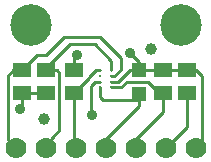
<source format=gbr>
G04 EAGLE Gerber RS-274X export*
G75*
%MOMM*%
%FSLAX34Y34*%
%LPD*%
%INTop Copper*%
%IPPOS*%
%AMOC8*
5,1,8,0,0,1.08239X$1,22.5*%
G01*
%ADD10C,0.263000*%
%ADD11C,1.000000*%
%ADD12C,3.516000*%
%ADD13R,1.500000X1.300000*%
%ADD14R,1.300000X1.200000*%
%ADD15C,1.778000*%
%ADD16C,0.254000*%
%ADD17C,0.906400*%


D10*
X93900Y73780D03*
X93900Y78780D03*
X93900Y83780D03*
X93900Y88780D03*
X83900Y73780D03*
X83900Y78780D03*
X83900Y83780D03*
X83900Y88780D03*
D11*
X36830Y46990D03*
X127000Y106680D03*
D12*
X25400Y127000D03*
X152400Y127000D03*
D13*
X137160Y69240D03*
X137160Y88240D03*
D14*
X116840Y68580D03*
X116840Y88900D03*
D13*
X62230Y69240D03*
X62230Y88240D03*
X38100Y69240D03*
X38100Y88240D03*
X17780Y69240D03*
X17780Y88240D03*
D15*
X165100Y22860D03*
X139700Y22860D03*
X114300Y22860D03*
X88900Y22860D03*
X63500Y22860D03*
X38100Y22860D03*
X12700Y22860D03*
D13*
X157480Y88240D03*
X157480Y69240D03*
D16*
X137160Y69240D02*
X137160Y53340D01*
X114300Y30480D01*
X114300Y22860D01*
X101720Y73780D02*
X93900Y73780D01*
X101720Y73780D02*
X106680Y78740D01*
X124460Y78740D01*
X133960Y69240D01*
X137160Y69240D01*
X116840Y68580D02*
X116840Y63500D01*
X116840Y58420D01*
X88900Y30480D01*
X88900Y22860D01*
X83820Y73700D02*
X83900Y73780D01*
X83820Y73700D02*
X83820Y66040D01*
X86360Y63500D01*
X116840Y63500D01*
X62230Y69240D02*
X62230Y25400D01*
X63500Y22860D01*
X81160Y88780D02*
X83900Y88780D01*
X81160Y88780D02*
X74930Y82550D01*
X74930Y81940D01*
X62230Y69240D01*
X93900Y78780D02*
X99100Y78780D01*
X109220Y88900D01*
X116840Y88900D01*
X136500Y88900D01*
X137160Y88240D01*
X157480Y88240D01*
X165760Y88240D01*
X170180Y83820D01*
X170180Y27940D01*
X165100Y22860D01*
X62230Y88240D02*
X62230Y99060D01*
X64770Y101600D01*
D17*
X64770Y101600D03*
X109220Y102870D03*
D16*
X116840Y95250D01*
X116840Y88900D01*
X93900Y88780D02*
X93900Y96600D01*
X47650Y88240D02*
X38100Y88240D01*
X47650Y88240D02*
X49530Y86360D01*
X49530Y38100D01*
X38100Y25400D01*
X38100Y22860D01*
X93900Y96600D02*
X80010Y110490D01*
X58420Y110490D01*
X38100Y90170D01*
X38100Y88240D01*
X93900Y83780D02*
X96480Y83780D01*
X101600Y88900D01*
X101600Y99060D01*
X38100Y101600D02*
X30480Y101600D01*
X25400Y96520D01*
X17780Y88240D01*
X10770Y88240D01*
X6350Y83820D01*
X6350Y29210D01*
X12700Y22860D01*
X38100Y101600D02*
X53340Y116840D01*
X83820Y116840D01*
X101600Y99060D01*
X157480Y69240D02*
X157480Y40640D01*
X139700Y22860D01*
X38100Y69240D02*
X17780Y69240D01*
X17780Y57150D01*
X16510Y55880D01*
D17*
X16510Y55880D03*
D16*
X80050Y78780D02*
X83900Y78780D01*
X80050Y78780D02*
X76200Y74930D01*
X76200Y52070D01*
X77470Y50800D01*
D17*
X77470Y50800D03*
M02*

</source>
